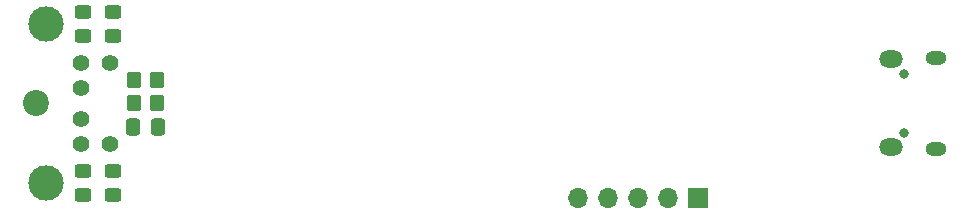
<source format=gbr>
%TF.GenerationSoftware,KiCad,Pcbnew,(6.0.7)*%
%TF.CreationDate,2022-10-12T10:01:19-04:00*%
%TF.ProjectId,minirib-usb,6d696e69-7269-4622-9d75-73622e6b6963,C*%
%TF.SameCoordinates,Original*%
%TF.FileFunction,Soldermask,Bot*%
%TF.FilePolarity,Negative*%
%FSLAX46Y46*%
G04 Gerber Fmt 4.6, Leading zero omitted, Abs format (unit mm)*
G04 Created by KiCad (PCBNEW (6.0.7)) date 2022-10-12 10:01:19*
%MOMM*%
%LPD*%
G01*
G04 APERTURE LIST*
G04 Aperture macros list*
%AMRoundRect*
0 Rectangle with rounded corners*
0 $1 Rounding radius*
0 $2 $3 $4 $5 $6 $7 $8 $9 X,Y pos of 4 corners*
0 Add a 4 corners polygon primitive as box body*
4,1,4,$2,$3,$4,$5,$6,$7,$8,$9,$2,$3,0*
0 Add four circle primitives for the rounded corners*
1,1,$1+$1,$2,$3*
1,1,$1+$1,$4,$5*
1,1,$1+$1,$6,$7*
1,1,$1+$1,$8,$9*
0 Add four rect primitives between the rounded corners*
20,1,$1+$1,$2,$3,$4,$5,0*
20,1,$1+$1,$4,$5,$6,$7,0*
20,1,$1+$1,$6,$7,$8,$9,0*
20,1,$1+$1,$8,$9,$2,$3,0*%
G04 Aperture macros list end*
%ADD10R,1.700000X1.700000*%
%ADD11O,1.700000X1.700000*%
%ADD12O,0.800000X0.800000*%
%ADD13O,1.800000X1.150000*%
%ADD14O,2.000000X1.450000*%
%ADD15C,2.200000*%
%ADD16C,1.400000*%
%ADD17C,3.000000*%
%ADD18RoundRect,0.250000X-0.450000X0.325000X-0.450000X-0.325000X0.450000X-0.325000X0.450000X0.325000X0*%
%ADD19RoundRect,0.250000X-0.350000X-0.450000X0.350000X-0.450000X0.350000X0.450000X-0.350000X0.450000X0*%
%ADD20RoundRect,0.250000X0.350000X0.450000X-0.350000X0.450000X-0.350000X-0.450000X0.350000X-0.450000X0*%
%ADD21RoundRect,0.250000X-0.337500X-0.475000X0.337500X-0.475000X0.337500X0.475000X-0.337500X0.475000X0*%
%ADD22RoundRect,0.250000X0.450000X-0.325000X0.450000X0.325000X-0.450000X0.325000X-0.450000X-0.325000X0*%
G04 APERTURE END LIST*
D10*
%TO.C,J3*%
X158075000Y-108000000D03*
D11*
X155535000Y-108000000D03*
X152995000Y-108000000D03*
X150455000Y-108000000D03*
X147915000Y-108000000D03*
%TD*%
D12*
%TO.C,J1*%
X175445000Y-102505000D03*
X175445000Y-97505000D03*
D13*
X178195000Y-96130000D03*
D14*
X174395000Y-96280000D03*
D13*
X178195000Y-103880000D03*
D14*
X174395000Y-103730000D03*
%TD*%
D15*
%TO.C,J2*%
X102000000Y-100000000D03*
D16*
X105800000Y-101300000D03*
X105800000Y-98700000D03*
X105800000Y-103400000D03*
X105800000Y-96600000D03*
X108300000Y-103400000D03*
X108300000Y-96600000D03*
D17*
X102800000Y-106750000D03*
X102800000Y-93250000D03*
%TD*%
D18*
%TO.C,D3*%
X106000000Y-105725000D03*
X106000000Y-107775000D03*
%TD*%
%TO.C,D4*%
X108500000Y-105725000D03*
X108500000Y-107775000D03*
%TD*%
D19*
%TO.C,R7*%
X110250000Y-100000000D03*
X112250000Y-100000000D03*
%TD*%
D20*
%TO.C,R6*%
X112250000Y-98000000D03*
X110250000Y-98000000D03*
%TD*%
D21*
%TO.C,C3*%
X110212500Y-102000000D03*
X112287500Y-102000000D03*
%TD*%
D22*
%TO.C,D2*%
X106000000Y-94275000D03*
X106000000Y-92225000D03*
%TD*%
%TO.C,D1*%
X108500000Y-94275000D03*
X108500000Y-92225000D03*
%TD*%
M02*

</source>
